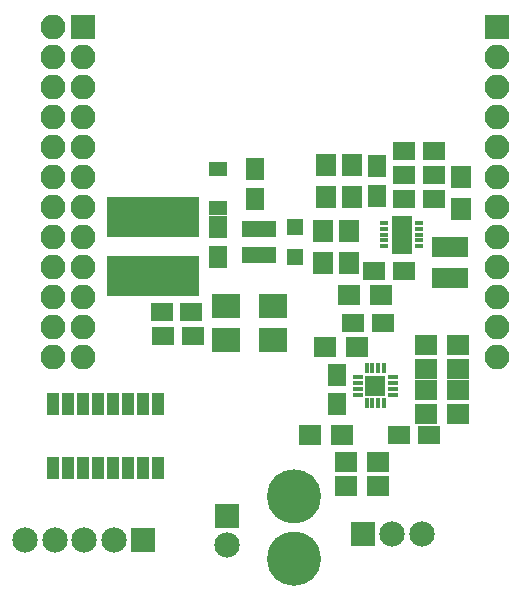
<source format=gbr>
G04 #@! TF.GenerationSoftware,KiCad,Pcbnew,(2017-09-19 revision dddaa7e69)-makepkg*
G04 #@! TF.CreationDate,2017-10-26T12:28:29+02:00*
G04 #@! TF.ProjectId,ezs-camera.kicad_pcb_v1.1,657A732D63616D6572612E6B69636164,rev?*
G04 #@! TF.SameCoordinates,Original*
G04 #@! TF.FileFunction,Soldermask,Top*
G04 #@! TF.FilePolarity,Negative*
%FSLAX46Y46*%
G04 Gerber Fmt 4.6, Leading zero omitted, Abs format (unit mm)*
G04 Created by KiCad (PCBNEW (2017-09-19 revision dddaa7e69)-makepkg) date 10/26/17 12:28:29*
%MOMM*%
%LPD*%
G01*
G04 APERTURE LIST*
%ADD10C,0.500000*%
%ADD11R,0.791200X0.384800*%
%ADD12R,1.680200X3.178800*%
%ADD13R,2.100000X2.100000*%
%ADD14O,2.100000X2.100000*%
%ADD15R,1.900000X1.650000*%
%ADD16R,1.900000X1.700000*%
%ADD17R,1.650000X1.900000*%
%ADD18R,2.150000X2.150000*%
%ADD19C,2.150000*%
%ADD20R,1.700000X1.900000*%
%ADD21R,3.100000X1.800000*%
%ADD22R,1.000000X1.900000*%
%ADD23R,1.400000X1.400000*%
%ADD24R,1.600000X1.300000*%
%ADD25R,2.400000X2.100000*%
%ADD26R,1.050000X1.460000*%
%ADD27R,7.900000X3.400000*%
%ADD28R,1.780000X1.780000*%
%ADD29R,0.930000X0.360000*%
%ADD30R,0.360000X0.930000*%
G04 APERTURE END LIST*
D10*
X140589000Y-151320500D02*
G75*
G03X140589000Y-151320500I-254000J0D01*
G01*
X140970000Y-151320500D02*
G75*
G03X140970000Y-151320500I-254000J0D01*
G01*
X140970000Y-151320500D02*
G75*
G03X140970000Y-151320500I-635000J0D01*
G01*
X140589000Y-151320500D02*
G75*
G03X140589000Y-151320500I-254000J0D01*
G01*
X141351000Y-151320500D02*
G75*
G03X141351000Y-151320500I-1016000J0D01*
G01*
X142049500Y-151320500D02*
G75*
G03X142049500Y-151320500I-1778000J0D01*
G01*
X142312410Y-151257000D02*
G75*
G03X142312410Y-151257000I-2040910J0D01*
G01*
X141840365Y-151320500D02*
G75*
G03X141840365Y-151320500I-1505365J0D01*
G01*
X142312410Y-156527500D02*
G75*
G03X142312410Y-156527500I-2040910J0D01*
G01*
X142049500Y-156591000D02*
G75*
G03X142049500Y-156591000I-1778000J0D01*
G01*
X141840365Y-156591000D02*
G75*
G03X141840365Y-156591000I-1505365J0D01*
G01*
X140589000Y-156591000D02*
G75*
G03X140589000Y-156591000I-254000J0D01*
G01*
X140970000Y-156591000D02*
G75*
G03X140970000Y-156591000I-254000J0D01*
G01*
X140589000Y-156591000D02*
G75*
G03X140589000Y-156591000I-254000J0D01*
G01*
X141351000Y-156591000D02*
G75*
G03X141351000Y-156591000I-1016000J0D01*
G01*
X140970000Y-156591000D02*
G75*
G03X140970000Y-156591000I-635000J0D01*
G01*
D11*
X150876000Y-130082801D03*
X150876000Y-129582799D03*
X150876000Y-129082800D03*
X150876000Y-128582801D03*
X150876000Y-128082799D03*
X147878800Y-128082799D03*
X147878800Y-128582801D03*
X147878800Y-129082800D03*
X147878800Y-129582799D03*
X147878800Y-130082801D03*
D12*
X149377400Y-129082800D03*
D13*
X122428000Y-111500000D03*
D14*
X119888000Y-111500000D03*
X122428000Y-114040000D03*
X119888000Y-114040000D03*
X122428000Y-116580000D03*
X119888000Y-116580000D03*
X122428000Y-119120000D03*
X119888000Y-119120000D03*
X122428000Y-121660000D03*
X119888000Y-121660000D03*
X122428000Y-124200000D03*
X119888000Y-124200000D03*
X122428000Y-126740000D03*
X119888000Y-126740000D03*
X122428000Y-129280000D03*
X119888000Y-129280000D03*
X122428000Y-131820000D03*
X119888000Y-131820000D03*
X122428000Y-134360000D03*
X119888000Y-134360000D03*
X122428000Y-136900000D03*
X119888000Y-136900000D03*
X122428000Y-139440000D03*
X119888000Y-139440000D03*
D15*
X147070978Y-132162630D03*
X149570978Y-132162630D03*
D16*
X144352000Y-146050000D03*
X141652000Y-146050000D03*
D17*
X143898869Y-140972659D03*
X143898869Y-143472659D03*
D15*
X147781911Y-136551641D03*
X145281911Y-136551641D03*
X149181500Y-146050000D03*
X151681500Y-146050000D03*
D16*
X151438869Y-144254659D03*
X154138869Y-144254659D03*
D18*
X146090000Y-154432000D03*
D19*
X148590000Y-154432000D03*
X151090000Y-154432000D03*
D16*
X144700000Y-150368000D03*
X147400000Y-150368000D03*
X151438869Y-142222659D03*
X154138869Y-142222659D03*
X151438869Y-140444659D03*
X154138869Y-140444659D03*
X145595911Y-138583641D03*
X142895911Y-138583641D03*
X144700000Y-148336000D03*
X147400000Y-148336000D03*
X151438869Y-138412659D03*
X154138869Y-138412659D03*
D18*
X127508000Y-154940000D03*
D19*
X125008000Y-154940000D03*
X122508000Y-154940000D03*
X120008000Y-154940000D03*
X117508000Y-154940000D03*
D15*
X152110978Y-122002630D03*
X149610978Y-122002630D03*
D20*
X142986978Y-125892630D03*
X142986978Y-123192630D03*
D15*
X152110978Y-124034630D03*
X149610978Y-124034630D03*
D17*
X147304978Y-125792630D03*
X147304978Y-123292630D03*
D15*
X152110978Y-126066630D03*
X149610978Y-126066630D03*
D20*
X142732978Y-128780630D03*
X142732978Y-131480630D03*
D21*
X153451778Y-132776830D03*
X153451778Y-130176830D03*
D16*
X147638978Y-134194630D03*
X144938978Y-134194630D03*
D20*
X144891978Y-131480630D03*
X144891978Y-128780630D03*
X145145978Y-123192630D03*
X145145978Y-125892630D03*
X154416978Y-124206000D03*
X154416978Y-126906000D03*
D22*
X128748222Y-143421276D03*
X127478222Y-143421276D03*
X126208222Y-143421276D03*
X124938222Y-143421276D03*
X123668222Y-143421276D03*
X122398222Y-143421276D03*
X121128222Y-143421276D03*
X119858222Y-143421276D03*
X119858222Y-148821276D03*
X121128222Y-148821276D03*
X122398222Y-148821276D03*
X123668222Y-148821276D03*
X124938222Y-148821276D03*
X126208222Y-148821276D03*
X127478222Y-148821276D03*
X128748222Y-148821276D03*
D13*
X157500000Y-111550000D03*
D14*
X157500000Y-114090000D03*
X157500000Y-116630000D03*
X157500000Y-119170000D03*
X157500000Y-121710000D03*
X157500000Y-124250000D03*
X157500000Y-126790000D03*
X157500000Y-129330000D03*
X157500000Y-131870000D03*
X157500000Y-134410000D03*
X157500000Y-136950000D03*
X157500000Y-139490000D03*
D23*
X140356138Y-130950348D03*
X140356138Y-128450348D03*
D24*
X133858000Y-126872000D03*
X133858000Y-123572000D03*
D25*
X134477531Y-138018848D03*
X138477531Y-138018848D03*
X134482638Y-135097848D03*
X138482638Y-135097848D03*
D26*
X136353031Y-130837989D03*
X137303031Y-130837989D03*
X138253031Y-130837989D03*
X138253031Y-128637989D03*
X136353031Y-128637989D03*
X137303031Y-128637989D03*
D18*
X134620000Y-152908000D03*
D19*
X134620000Y-155408000D03*
D17*
X136985531Y-126060848D03*
X136985531Y-123560848D03*
X133874031Y-130987989D03*
X133874031Y-128487989D03*
D15*
X129068031Y-135636000D03*
X131568031Y-135636000D03*
X129179000Y-137668000D03*
X131679000Y-137668000D03*
D27*
X128354638Y-132581348D03*
X128354638Y-127581348D03*
D28*
X147167600Y-141884400D03*
D29*
X145692599Y-142634589D03*
X145692599Y-142134463D03*
X145692599Y-141634337D03*
X145692599Y-141134211D03*
D30*
X146417599Y-140409399D03*
X146917600Y-140409399D03*
X147417600Y-140409399D03*
X147917601Y-140409399D03*
D29*
X148642601Y-141134211D03*
X148642601Y-141634337D03*
X148642601Y-142134463D03*
X148642601Y-142634589D03*
D30*
X147917601Y-143359401D03*
X147417600Y-143359401D03*
X146917600Y-143359401D03*
X146417599Y-143359401D03*
M02*

</source>
